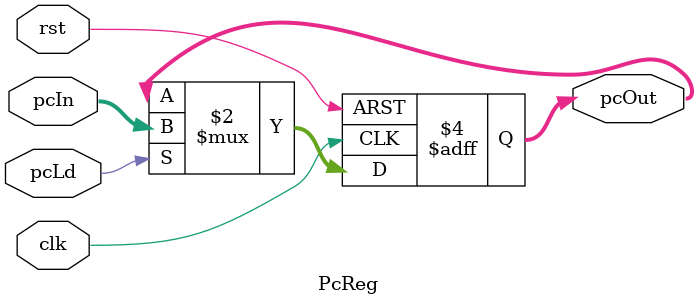
<source format=v>
`timescale 1ns/1ns
module PcReg (clk, rst, pcLd, pcIn, pcOut);
  input clk, rst, pcLd;
  input [4:0] pcIn;
  output reg [4:0] pcOut;
  always@(posedge clk, posedge rst) begin
    if (rst)
      pcOut <= 10'b0;
    else if (pcLd)
      pcOut <= pcIn;
  end
endmodule





</source>
